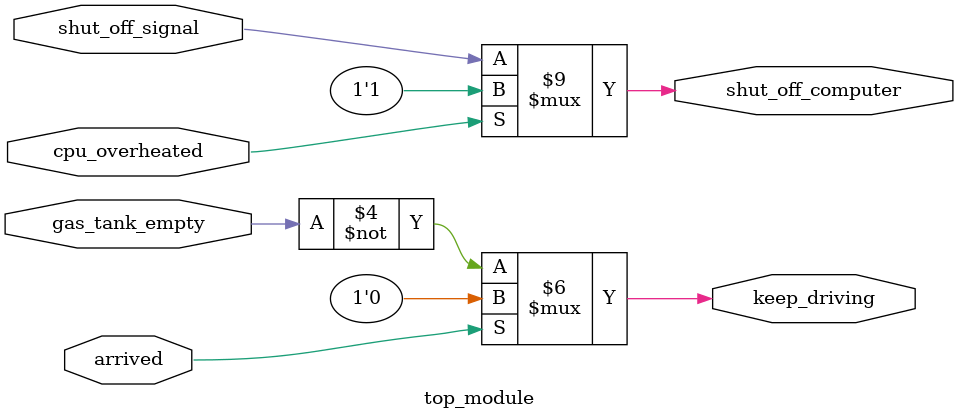
<source format=sv>
module top_module (
    input cpu_overheated,
    input arrived,
    input gas_tank_empty,
    input shut_off_signal,
    output reg shut_off_computer,
    output reg keep_driving 
);

always @(*) begin
    if (cpu_overheated) begin
        shut_off_computer = 1;
    end else begin
        shut_off_computer = shut_off_signal;
    end
end

always @(*) begin
    if (!arrived) begin
        keep_driving = ~gas_tank_empty;
    end else begin
        keep_driving = 0;
    end
end

endmodule

</source>
